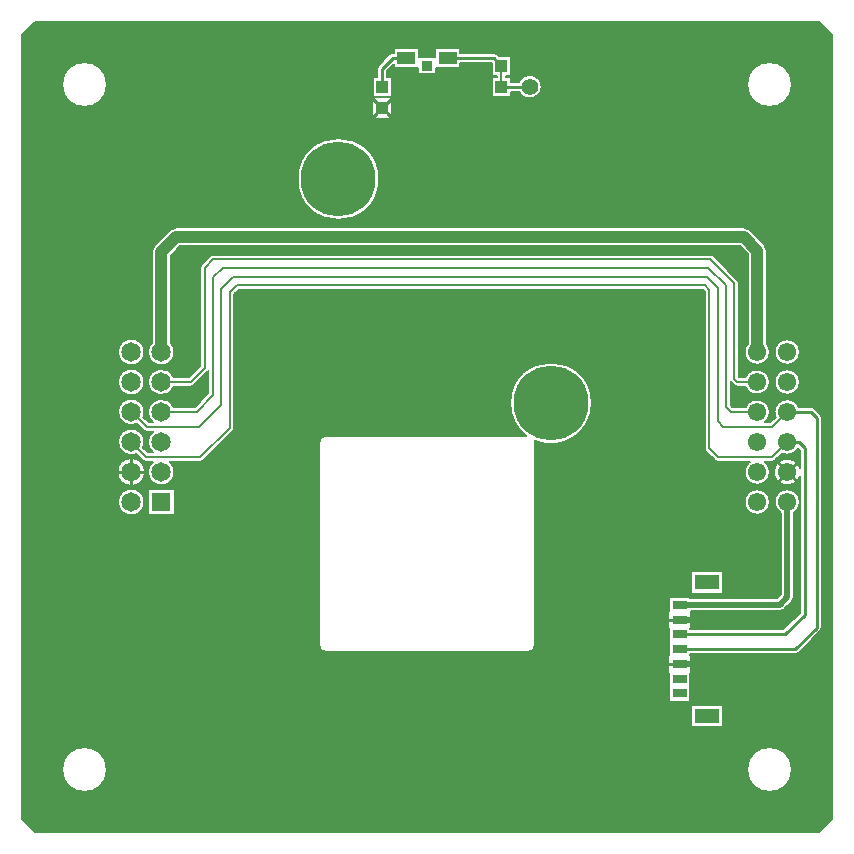
<source format=gbr>
G04 DesignSpark PCB PRO Gerber Version 10.0 Build 5299*
G04 #@! TF.Part,Single*
G04 #@! TF.FileFunction,Copper,L1,Top*
G04 #@! TF.FilePolarity,Positive*
%FSLAX35Y35*%
%MOIN*%
G04 #@! TA.AperFunction,SMDPad,CuDef*
%ADD80R,0.03937X0.04291*%
%ADD85R,0.03543X0.03543*%
G04 #@! TA.AperFunction,ComponentPad*
%ADD21R,0.06496X0.06496*%
G04 #@! TD.AperFunction*
%ADD29C,0.00500*%
%ADD18C,0.00787*%
%ADD75C,0.00984*%
%ADD19C,0.01000*%
%ADD71C,0.01969*%
G04 #@! TA.AperFunction,ViaPad*
%ADD70C,0.03543*%
G04 #@! TD.AperFunction*
%ADD76C,0.03937*%
G04 #@! TA.AperFunction,ViaPad*
%ADD134C,0.05600*%
G04 #@! TA.AperFunction,ComponentPad*
%ADD20C,0.06102*%
%ADD22C,0.06496*%
G04 #@! TA.AperFunction,SMDPad,CuDef*
%ADD135R,0.04724X0.03150*%
%ADD138R,0.05906X0.04331*%
%ADD136R,0.08465X0.05118*%
G04 #@! TA.AperFunction,ComponentPad*
%ADD137C,0.24921*%
G04 #@! TD.AperFunction*
X0Y0D02*
D02*
D18*
X6974Y268984D02*
Y7394D01*
X11331Y3037D01*
X272921D01*
X277278Y7394D01*
Y268984D01*
X272921Y273341D01*
X11331D01*
X6974Y268984D01*
X20472Y24016D02*
G75*
G02*
X35433I7480J0D01*
G01*
G75*
G02*
X20472I-7480J0D01*
G01*
Y252362D02*
G75*
G02*
X35433I7480J0D01*
G01*
G75*
G02*
X20472I-7480J0D01*
G01*
X38902Y123189D02*
G75*
G02*
X48185I4642J0D01*
G01*
G75*
G02*
X38902I-4642J0D01*
G01*
X39114Y113189D02*
G75*
G02*
X47972I4429J0D01*
G01*
G75*
G02*
X39114I-4429J0D01*
G01*
X273228Y142524D02*
G75*
G02*
X273720Y141339I-1181J-1185D01*
G01*
Y71260D01*
G75*
G02*
X273228Y70075I-1673J0D01*
G01*
X266146Y62992D01*
G75*
G02*
X264961Y62500I-1185J1181D01*
G01*
X229921D01*
Y62220D01*
X230134D01*
Y56283D01*
X229921D01*
Y46654D01*
X222835D01*
Y56283D01*
X222622D01*
Y62220D01*
X222835D01*
Y71047D01*
X222622D01*
Y76984D01*
X222835D01*
Y81693D01*
X229921D01*
Y81102D01*
X258749D01*
X260039Y82393D01*
Y109553D01*
G75*
G02*
X257972Y113189I2165J3636D01*
G01*
G75*
G02*
X266437I4232J0D01*
G01*
G75*
G02*
X264370Y109553I-4232J0D01*
G01*
Y81496D01*
G75*
G02*
X263736Y79965I-2165J0D01*
G01*
X261177Y77406D01*
G75*
G02*
X259643Y76772I-1531J1531D01*
G01*
X230134D01*
Y71047D01*
X229921D01*
Y70768D01*
X260921D01*
X266437Y76283D01*
Y121831D01*
G75*
G02*
X257760Y123189I-4232J1358D01*
G01*
G75*
G02*
X266437Y124547I4445J0D01*
G01*
Y130409D01*
X265834Y131012D01*
G75*
G02*
X260486Y129322I-3630J2177D01*
G01*
X258200Y127036D01*
G75*
G02*
X257084Y126575I-1114J1113D01*
G01*
X254744D01*
G75*
G02*
X256437Y123189I-2539J-3386D01*
G01*
G75*
G02*
X247972I-4232J0D01*
G01*
G75*
G02*
X249665Y126575I4232J0D01*
G01*
X239176D01*
G75*
G02*
X238060Y127036I-2J1575D01*
G01*
X235107Y129989D01*
G75*
G02*
X234646Y131102I1113J1114D01*
G01*
Y183206D01*
X233993Y183858D01*
X79393D01*
X77953Y182419D01*
Y137992D01*
G75*
G02*
X77491Y136879I-1575J0D01*
G01*
X67649Y127036D01*
G75*
G02*
X66533Y126575I-1114J1113D01*
G01*
X56399D01*
G75*
G02*
X57972Y123189I-2856J-3386D01*
G01*
G75*
G02*
X49114I-4429J0D01*
G01*
G75*
G02*
X50688Y126575I4429J0D01*
G01*
X48349D01*
G75*
G02*
X47233Y127036I-2J1575D01*
G01*
X45191Y129078D01*
G75*
G02*
X39114Y133189I-1648J4111D01*
G01*
G75*
G02*
X47972I4429J0D01*
G01*
G75*
G02*
X47508Y131215I-4429J0D01*
G01*
X48999Y129724D01*
X50784D01*
G75*
G02*
X50735Y136614I2759J3465D01*
G01*
X48703D01*
G75*
G02*
X47587Y137076I-2J1575D01*
G01*
X45465Y139198D01*
G75*
G02*
X39114Y143189I-1921J3991D01*
G01*
G75*
G02*
X47972I4429J0D01*
G01*
G75*
G02*
X47631Y141485I-4430J0D01*
G01*
X49353Y139764D01*
X50735D01*
G75*
G02*
X49114Y143189I2808J3426D01*
G01*
G75*
G02*
X57636Y144882I4429J0D01*
G01*
X64702D01*
X69291Y149471D01*
Y156872D01*
G75*
G02*
X69224Y156800I-1177J1044D01*
G01*
X64499Y152076D01*
G75*
G02*
X63383Y151614I-1114J1113D01*
G01*
X57683D01*
G75*
G02*
X49114Y153189I-4140J1575D01*
G01*
G75*
G02*
X57683Y154764I4429J0D01*
G01*
X62733D01*
X66535Y158566D01*
Y191339D01*
G75*
G02*
X66997Y192452I1575J0D01*
G01*
X69753Y195208D01*
G75*
G02*
X70869Y195669I1114J-1113D01*
G01*
X236612D01*
G75*
G02*
X237728Y195208I2J-1575D01*
G01*
X245602Y187334D01*
G75*
G02*
X246063Y186220I-1113J-1114D01*
G01*
Y154983D01*
X246282Y154764D01*
X248276D01*
G75*
G02*
X256437Y153189I3928J-1575D01*
G01*
G75*
G02*
X248276Y151614I-4232J0D01*
G01*
X245632D01*
G75*
G02*
X244517Y152076I-2J1575D01*
G01*
X243375Y153217D01*
G75*
G02*
X243307Y153289I1109J1116D01*
G01*
Y145534D01*
X243959Y144882D01*
X248326D01*
G75*
G02*
X256437Y143189I3879J-1693D01*
G01*
G75*
G02*
X254691Y139764I-4232J0D01*
G01*
X256552D01*
X258313Y141525D01*
G75*
G02*
X266039Y144980I3891J1664D01*
G01*
X270079D01*
G75*
G02*
X271264Y144488I0J-1673D01*
G01*
X273228Y142524D01*
X248819Y24016D02*
G75*
G02*
X263780I7480J0D01*
G01*
G75*
G02*
X248819I-7480J0D01*
G01*
X230000Y45669D02*
X240827D01*
Y38189D01*
X230000D01*
Y45669D01*
X247972Y113189D02*
G75*
G02*
X256437I4232J0D01*
G01*
G75*
G02*
X247972I-4232J0D01*
G01*
X169823Y146063D02*
G75*
G02*
X197106I13642J0D01*
G01*
G75*
G02*
X178096Y133522I-13641J0D01*
G01*
G75*
G02*
X178234Y132677I-2506J-845D01*
G01*
Y65748D01*
G75*
G02*
X175591Y63104I-2644J0D01*
G01*
X108661D01*
G75*
G02*
X106018Y65748I0J2644D01*
G01*
Y132677D01*
G75*
G02*
X108661Y135321I2644J0D01*
G01*
X175056D01*
G75*
G02*
X169823Y146063I8409J10742D01*
G01*
X230000Y90157D02*
X240827D01*
Y82677D01*
X230000D01*
Y90157D01*
X49114Y117618D02*
X57972D01*
Y108760D01*
X49114D01*
Y117618D01*
X39114Y153189D02*
G75*
G02*
X47972I4429J0D01*
G01*
G75*
G02*
X39114I-4429J0D01*
G01*
Y163189D02*
G75*
G02*
X47972I4429J0D01*
G01*
G75*
G02*
X39114I-4429J0D01*
G01*
X255354Y166016D02*
G75*
G02*
X256437Y163189I-3150J-2827D01*
G01*
G75*
G02*
X247972I-4232J0D01*
G01*
G75*
G02*
X249055Y166016I4233J0D01*
G01*
Y195703D01*
X246333Y198425D01*
X59848D01*
X56693Y195270D01*
Y166303D01*
G75*
G02*
X57972Y163189I-3150J-3114D01*
G01*
G75*
G02*
X49114I-4429J0D01*
G01*
G75*
G02*
X50394Y166303I4430J0D01*
G01*
Y196575D01*
G75*
G02*
X51319Y198805I3150J0D01*
G01*
X56313Y203799D01*
G75*
G02*
X58543Y204724I2230J-2224D01*
G01*
X247638D01*
G75*
G02*
X249868Y203799I0J-3150D01*
G01*
X254429Y199238D01*
G75*
G02*
X255354Y197008I-2224J-2230D01*
G01*
Y166016D01*
X98957Y220866D02*
G75*
G02*
X126240I13642J0D01*
G01*
G75*
G02*
X98957I-13642J0D01*
G01*
X123803Y248071D02*
X130528D01*
Y240992D01*
X123803D01*
Y248071D01*
X172765Y253291D02*
G75*
G02*
X180359Y251618I3613J-1673D01*
G01*
G75*
G02*
X172765Y249945I-3981J0D01*
G01*
X170079D01*
Y248291D01*
X163780D01*
Y254945D01*
X165498D01*
Y255291D01*
X163780D01*
Y259402D01*
X163634Y259547D01*
X153150D01*
Y257874D01*
X145079D01*
Y255709D01*
X139173D01*
Y257874D01*
X131102D01*
Y259248D01*
X128839Y256984D01*
Y254858D01*
X130315D01*
Y248205D01*
X124016D01*
Y254858D01*
X125492D01*
Y257677D01*
G75*
G02*
X125984Y258862I1673J0D01*
G01*
X129524Y262402D01*
G75*
G02*
X130709Y262894I1185J-1181D01*
G01*
X131102D01*
Y264567D01*
X139370D01*
Y261614D01*
X144882D01*
Y264567D01*
X153150D01*
Y262894D01*
X164327D01*
G75*
G02*
X165512Y262402I0J-1673D01*
G01*
X165969Y261945D01*
X170079D01*
Y255291D01*
X168360D01*
Y254945D01*
X170079D01*
Y253291D01*
X172765D01*
X248819Y252362D02*
G75*
G02*
X263780I7480J0D01*
G01*
G75*
G02*
X248819I-7480J0D01*
G01*
X257972Y153189D02*
G75*
G02*
X266437I4232J0D01*
G01*
G75*
G02*
X257972I-4232J0D01*
G01*
Y163189D02*
G75*
G02*
X266437I4232J0D01*
G01*
G75*
G02*
X257972I-4232J0D01*
G01*
X7368Y24016D02*
G36*
X7368Y24016D02*
Y7000D01*
X10937Y3431D01*
X273315D01*
X276884Y7000D01*
Y24016D01*
X263780D01*
G75*
G02*
X248819I-7480J0D01*
G01*
X35433D01*
G75*
G02*
X20472I-7480J0D01*
G01*
X7368D01*
G37*
Y41929D02*
G36*
X7368Y41929D02*
Y24016D01*
X20472D01*
G75*
G02*
X35433I7480J0D01*
G01*
X248819D01*
G75*
G02*
X263780I7480J0D01*
G01*
X276884D01*
Y41929D01*
X240827D01*
Y38189D01*
X230000D01*
Y41929D01*
X7368D01*
G37*
Y86417D02*
G36*
X7368Y86417D02*
Y41929D01*
X230000D01*
Y45669D01*
X240827D01*
Y41929D01*
X276884D01*
Y86417D01*
X273720D01*
Y71260D01*
G75*
G02*
X273228Y70075I-1673J0D01*
G01*
X266146Y62992D01*
G75*
G02*
X264961Y62500I-1185J1180D01*
G01*
X229921D01*
Y62220D01*
X230134D01*
Y56283D01*
X229921D01*
Y46654D01*
X222835D01*
Y56283D01*
X222622D01*
Y62220D01*
X222835D01*
Y71047D01*
X222622D01*
Y76984D01*
X222835D01*
Y81693D01*
X229921D01*
Y81102D01*
X258749D01*
X260039Y82393D01*
Y86417D01*
X240827D01*
Y82677D01*
X230000D01*
Y86417D01*
X178234D01*
Y65748D01*
G75*
G02*
X175591Y63104I-2644J0D01*
G01*
X108661D01*
G75*
G02*
X106018Y65748I0J2644D01*
G01*
Y86417D01*
X7368D01*
G37*
X229921Y71047D02*
G36*
X229921Y71047D02*
Y70768D01*
X260921D01*
X266437Y76283D01*
Y86417D01*
X264370D01*
Y81496D01*
G75*
G02*
X263736Y79965I-2166J0D01*
G01*
X261177Y77406D01*
G75*
G02*
X259643Y76772I-1532J1533D01*
G01*
X230134D01*
Y71047D01*
X229921D01*
G37*
X7368Y113189D02*
G36*
X7368Y113189D02*
Y86417D01*
X106018D01*
Y113189D01*
X57972D01*
Y108760D01*
X49114D01*
Y113189D01*
X47972D01*
G75*
G02*
X39114I-4429J0D01*
G01*
X7368D01*
G37*
X178234D02*
G36*
X178234Y113189D02*
Y86417D01*
X230000D01*
Y90157D01*
X240827D01*
Y86417D01*
X260039D01*
Y109553D01*
G75*
G02*
X257972Y113189I2165J3636D01*
G01*
Y113189D01*
X256437D01*
G75*
G02*
X247972I-4232J0D01*
G01*
X178234D01*
G37*
X264370Y109553D02*
G36*
X264370Y109553D02*
Y86417D01*
X266437D01*
Y113189D01*
X266436D01*
G75*
G02*
X264370Y109553I-4234J1D01*
G01*
G37*
X273720Y113189D02*
G36*
X273720Y113189D02*
Y86417D01*
X276884D01*
Y113189D01*
X273720D01*
G37*
X7368Y123189D02*
G36*
X7368Y123189D02*
Y113189D01*
X39114D01*
G75*
G02*
X47972I4429J0D01*
G01*
X49114D01*
Y117618D01*
X57972D01*
Y113189D01*
X106018D01*
Y123189D01*
X57972D01*
G75*
G02*
X49114I-4429J0D01*
G01*
X48185D01*
G75*
G02*
X38902I-4642J0D01*
G01*
X7368D01*
G37*
X178234D02*
G36*
X178234Y123189D02*
Y113189D01*
X247972D01*
G75*
G02*
X256437I4232J0D01*
G01*
X257972D01*
G75*
G02*
X266436I4232J0D01*
G01*
X266437D01*
Y121831D01*
G75*
G02*
X257760Y123189I-4232J1358D01*
G01*
X256437D01*
G75*
G02*
X247972I-4232J0D01*
G01*
X178234D01*
G37*
X273720D02*
G36*
X273720Y123189D02*
Y113189D01*
X276884D01*
Y123189D01*
X273720D01*
G37*
X7368Y153189D02*
G36*
X7368Y153189D02*
Y123189D01*
X38902D01*
G75*
G02*
X48185I4642J0D01*
G01*
X49114D01*
Y123189D01*
G75*
G02*
X50688Y126575I4429J0D01*
G01*
X48349D01*
G75*
G02*
X47233Y127036I-2J1576D01*
G01*
X45191Y129078D01*
G75*
G02*
X39114Y133189I-1648J4111D01*
G01*
G75*
G02*
X47972I4429J0D01*
G01*
G75*
G02*
X47508Y131215I-4435J1D01*
G01*
X48999Y129724D01*
X50784D01*
G75*
G02*
X49114Y133189I2759J3465D01*
G01*
G75*
G02*
X50735Y136614I4429J0D01*
G01*
X48703D01*
G75*
G02*
X47587Y137076I-2J1576D01*
G01*
X45465Y139198D01*
G75*
G02*
X39114Y143189I-1921J3991D01*
G01*
G75*
G02*
X47972I4429J0D01*
G01*
G75*
G02*
X47631Y141485I-4435J2D01*
G01*
X49353Y139764D01*
X50735D01*
G75*
G02*
X49114Y143189I2809J3426D01*
G01*
G75*
G02*
X57636Y144882I4429J0D01*
G01*
X64702D01*
X69291Y149471D01*
Y153189D01*
X65613D01*
X64499Y152076D01*
G75*
G02*
X63383Y151614I-1114J1115D01*
G01*
X57683D01*
G75*
G02*
X49114Y153189I-4140J1575D01*
G01*
X47972D01*
G75*
G02*
X39114I-4429J0D01*
G01*
X7368D01*
G37*
X57972Y123189D02*
G36*
X57972Y123189D02*
Y123189D01*
X106018D01*
Y132677D01*
G75*
G02*
X108661Y135321I2644J0D01*
G01*
X175056D01*
G75*
G02*
X169823Y146063I8409J10742D01*
G01*
G75*
G02*
X171832Y153189I13642J0D01*
G01*
X77953D01*
Y137992D01*
G75*
G02*
X77491Y136879I-1575J0D01*
G01*
X67649Y127036D01*
G75*
G02*
X66533Y126575I-1114J1115D01*
G01*
X56399D01*
G75*
G02*
X57972Y123189I-2855J-3385D01*
G01*
G37*
X178234Y132677D02*
G36*
X178234Y132677D02*
Y123189D01*
X247972D01*
Y123189D01*
G75*
G02*
X249665Y126575I4232J0D01*
G01*
X239176D01*
G75*
G02*
X238060Y127036I-2J1576D01*
G01*
X235107Y129989D01*
G75*
G02*
X234646Y131102I1114J1114D01*
G01*
Y153189D01*
X195097D01*
G75*
G02*
X197106Y146063I-11633J-7126D01*
G01*
G75*
G02*
X178096Y133522I-13642J0D01*
G01*
G75*
G02*
X178234Y132680I-2491J-843D01*
G01*
G75*
G02*
Y132677I-2506J-1D01*
G01*
G37*
X243307Y153189D02*
G36*
X243307Y153189D02*
Y145534D01*
X243959Y144882D01*
X248326D01*
G75*
G02*
X256437Y143189I3879J-1693D01*
G01*
G75*
G02*
X254691Y139764I-4232J0D01*
G01*
X256552D01*
X258313Y141525D01*
G75*
G02*
X257972Y143189I3892J1664D01*
G01*
G75*
G02*
X266039Y144980I4232J0D01*
G01*
X270079D01*
G75*
G02*
X271264Y144488I0J-1672D01*
G01*
X273228Y142524D01*
G75*
G02*
X273720Y141339I-1181J-1185D01*
G01*
Y123189D01*
X276884D01*
Y153189D01*
X266437D01*
G75*
G02*
X257972I-4232J0D01*
G01*
X256437D01*
G75*
G02*
X248276Y151614I-4232J0D01*
G01*
X245632D01*
G75*
G02*
X244517Y152076I-2J1576D01*
G01*
X243403Y153189D01*
X243307D01*
G37*
X256437Y123189D02*
G36*
X256437Y123189D02*
Y123189D01*
X257760D01*
G75*
G02*
X266437Y124547I4445J0D01*
G01*
Y130409D01*
X265834Y131012D01*
G75*
G02*
X260486Y129322I-3630J2176D01*
G01*
X258200Y127036D01*
G75*
G02*
X257084Y126575I-1114J1115D01*
G01*
X254744D01*
G75*
G02*
X256437Y123189I-2539J-3385D01*
G01*
G37*
X7368Y163189D02*
G36*
X7368Y163189D02*
Y153189D01*
X39114D01*
G75*
G02*
X47972I4429J0D01*
G01*
X49114D01*
G75*
G02*
X57683Y154764I4429J0D01*
G01*
X62733D01*
X66535Y158566D01*
Y163189D01*
X57972D01*
G75*
G02*
X49114I-4429J0D01*
G01*
X47972D01*
G75*
G02*
X39114I-4429J0D01*
G01*
X7368D01*
G37*
X69224Y156800D02*
G36*
X69224Y156800D02*
X65613Y153189D01*
X69291D01*
Y156872D01*
G75*
G02*
X69224Y156800I-1620J1464D01*
G01*
G37*
X77953Y163189D02*
G36*
X77953Y163189D02*
Y153189D01*
X171832D01*
G75*
G02*
X195097I11633J-7126D01*
G01*
X234646D01*
Y163189D01*
X77953D01*
G37*
X243307Y153289D02*
G36*
X243307Y153289D02*
Y153189D01*
X243403D01*
X243375Y153217D01*
G75*
G02*
X243307Y153289I1553J1535D01*
G01*
G37*
X246063Y163189D02*
G36*
X246063Y163189D02*
Y154983D01*
X246282Y154764D01*
X248276D01*
G75*
G02*
X256437Y153189I3928J-1575D01*
G01*
X257972D01*
G75*
G02*
X266437I4232J0D01*
G01*
X276884D01*
Y163189D01*
X266437D01*
G75*
G02*
X257972I-4232J0D01*
G01*
X256437D01*
G75*
G02*
X247972I-4232J0D01*
G01*
X246063D01*
G37*
X7368Y220866D02*
G36*
X7368Y220866D02*
Y163189D01*
X39114D01*
G75*
G02*
X47972I4429J0D01*
G01*
X49114D01*
Y163189D01*
G75*
G02*
X50394Y166303I4428J0D01*
G01*
Y196575D01*
G75*
G02*
X51319Y198805I3151J0D01*
G01*
X56313Y203799D01*
G75*
G02*
X58543Y204724I2230J-2226D01*
G01*
X247638D01*
G75*
G02*
X249868Y203799I0J-3151D01*
G01*
X254429Y199238D01*
G75*
G02*
X255354Y197008I-2226J-2230D01*
G01*
Y166016D01*
G75*
G02*
X256437Y163189I-3150J-2827D01*
G01*
X257972D01*
G75*
G02*
X266437I4232J0D01*
G01*
X276884D01*
Y220866D01*
X126240D01*
G75*
G02*
X98957I-13642J0D01*
G01*
X7368D01*
G37*
X56693Y195270D02*
G36*
X56693Y195270D02*
Y166303D01*
G75*
G02*
X57972Y163189I-3149J-3114D01*
G01*
Y163189D01*
X66535D01*
Y191339D01*
G75*
G02*
X66997Y192452I1575J0D01*
G01*
X69753Y195208D01*
G75*
G02*
X70869Y195669I1114J-1115D01*
G01*
X236612D01*
G75*
G02*
X237728Y195208I2J-1576D01*
G01*
X245602Y187334D01*
G75*
G02*
X246063Y186220I-1114J-1114D01*
G01*
Y163189D01*
X247972D01*
G75*
G02*
X249055Y166016I4232J0D01*
G01*
Y195703D01*
X246333Y198425D01*
X59848D01*
X56693Y195270D01*
G37*
X77953Y182419D02*
G36*
X77953Y182419D02*
Y163189D01*
X234646D01*
Y183206D01*
X233993Y183858D01*
X79393D01*
X77953Y182419D01*
G37*
X7368Y244531D02*
G36*
X7368Y244531D02*
Y220866D01*
X98957D01*
G75*
G02*
X126240I13642J0D01*
G01*
X276884D01*
Y244531D01*
X130528D01*
Y240992D01*
X123803D01*
Y244531D01*
X7368D01*
G37*
Y252362D02*
G36*
X7368Y252362D02*
Y244531D01*
X123803D01*
Y248071D01*
X130528D01*
Y244531D01*
X276884D01*
Y252362D01*
X263780D01*
G75*
G02*
X248819I-7480J0D01*
G01*
X180289D01*
G75*
G02*
X180359Y251618I-3911J-744D01*
G01*
G75*
G02*
X172765Y249945I-3981J0D01*
G01*
X170079D01*
Y248291D01*
X163780D01*
Y252362D01*
X130315D01*
Y248205D01*
X124016D01*
Y252362D01*
X35433D01*
G75*
G02*
X20472I-7480J0D01*
G01*
X7368D01*
G37*
Y269378D02*
G36*
X7368Y269378D02*
Y252362D01*
X20472D01*
G75*
G02*
X35433I7480J0D01*
G01*
X124016D01*
Y254858D01*
X125492D01*
Y257677D01*
G75*
G02*
X125984Y258862I1673J0D01*
G01*
X129524Y262402D01*
G75*
G02*
X130709Y262894I1185J-1180D01*
G01*
X131102D01*
Y264567D01*
X139370D01*
Y261614D01*
X144882D01*
Y264567D01*
X153150D01*
Y262894D01*
X164327D01*
G75*
G02*
X165512Y262402I0J-1672D01*
G01*
X165969Y261945D01*
X170079D01*
Y255291D01*
X168360D01*
Y254945D01*
X170079D01*
Y253291D01*
X172765D01*
G75*
G02*
X180289Y252362I3613J-1673D01*
G01*
X248819D01*
G75*
G02*
X263780I7480J0D01*
G01*
X276884D01*
Y269378D01*
X273315Y272947D01*
X10937D01*
X7368Y269378D01*
G37*
X128839Y256984D02*
G36*
X128839Y256984D02*
Y254858D01*
X130315D01*
Y252362D01*
X163780D01*
Y254945D01*
X165498D01*
Y255291D01*
X163780D01*
Y259402D01*
X163634Y259547D01*
X153150D01*
Y257874D01*
X145079D01*
Y255709D01*
X139173D01*
Y257874D01*
X131102D01*
Y259248D01*
X128839Y256984D01*
G37*
X43543Y133189D02*
X43307D01*
X48346Y128150D01*
X66535D01*
X76378Y137992D01*
Y183071D01*
X78740Y185433D01*
X234646D01*
X236220Y183858D01*
Y131102D01*
X239173Y128150D01*
X257087D01*
X262126Y133189D01*
X262205D01*
X43543Y143189D02*
X43701D01*
X48701Y138189D01*
X66142D01*
X73622Y145669D01*
Y184252D01*
X77559Y188189D01*
X235433D01*
X238976Y184646D01*
Y140157D01*
X240945Y138189D01*
X257205D01*
X262205Y143189D01*
X252205D02*
Y143307D01*
X243307D01*
X241732Y144882D01*
Y185433D01*
X235827Y191339D01*
X74016D01*
X70866Y188189D01*
Y148819D01*
X65354Y143307D01*
X53543D01*
Y143189D01*
X252205Y153189D02*
X245630D01*
X244488Y154331D01*
Y186220D01*
X236614Y194094D01*
X70866D01*
X68110Y191339D01*
Y157913D01*
X63386Y153189D01*
X53543D01*
D02*
D19*
X40795Y123189D02*
X38795D01*
X43543Y120441D02*
Y118441D01*
Y125937D02*
Y127937D01*
X46291Y123189D02*
X48291D01*
X125550Y242917D02*
X123697Y241063D01*
X125550Y246146D02*
X123697Y248000D01*
X128780Y242917D02*
X130634Y241063D01*
X128780Y246146D02*
X130634Y248000D01*
X224516Y59252D02*
X222516D01*
X224516Y74016D02*
X222516D01*
X228240Y59252D02*
X230240D01*
X228240Y74016D02*
X230240D01*
X260401Y121385D02*
X258987Y119971D01*
X260401Y124993D02*
X258987Y126407D01*
X264009Y121385D02*
X265423Y119971D01*
X264009Y124993D02*
X265423Y126407D01*
D02*
D70*
X63386Y20079D03*
Y59449D03*
Y177559D03*
Y216929D03*
Y256299D03*
X90945Y216929D03*
X93307Y177559D03*
X102756Y20079D03*
Y59449D03*
Y98819D03*
Y256299D03*
X142126Y20079D03*
Y57874D03*
Y220866D03*
X181496Y20079D03*
Y220866D03*
X186220Y256299D03*
X189370Y98819D03*
X220866Y20079D03*
Y59449D03*
Y98819D03*
Y256299D03*
X233465Y59055D03*
Y74016D03*
D02*
D71*
X226378Y59252D02*
X233268D01*
X233465Y59055D01*
X226378Y74016D02*
X233465D01*
X226378Y78937D02*
X259646D01*
X262205Y81496D01*
Y113189D01*
D02*
D20*
X252205D03*
Y123189D03*
Y133189D03*
Y143189D03*
Y153189D03*
Y163189D03*
X262205Y113189D03*
Y123189D03*
Y133189D03*
Y143189D03*
Y153189D03*
Y163189D03*
D02*
D21*
X53543Y113189D03*
D02*
D22*
X43543D03*
Y123189D03*
Y133189D03*
Y143189D03*
Y153189D03*
Y163189D03*
X53543Y123189D03*
Y133189D03*
Y143189D03*
Y153189D03*
Y163189D03*
D02*
D29*
X166929Y252618D02*
Y257618D01*
D02*
D75*
X135236Y261220D02*
X130709D01*
X127165Y257677D01*
Y251531D01*
X149016Y261220D02*
X164327D01*
X166929Y258618D01*
Y251618D02*
X176378D01*
X226378Y64173D02*
X264961D01*
X272047Y71260D01*
Y141339D01*
X270079Y143307D01*
X262323D01*
X262205Y143189D01*
X226378Y69094D02*
X261614D01*
X268110Y75591D01*
Y131102D01*
X266142Y133071D01*
X262323D01*
X262205Y133189D01*
D02*
D76*
X252205Y163189D02*
Y197008D01*
X247638Y201575D01*
X58543D01*
X53543Y196575D01*
Y163189D01*
D02*
D80*
X127165Y244531D03*
Y251531D03*
X166929Y251618D03*
Y258618D03*
D02*
D85*
X142126Y258661D03*
D02*
D134*
X176378Y251618D03*
D02*
D135*
X226378Y49409D03*
Y54331D03*
Y59252D03*
Y64173D03*
Y69094D03*
Y74016D03*
Y78937D03*
D02*
D136*
X235413Y41929D03*
Y86417D03*
D02*
D137*
X112598Y220866D03*
X183465Y146063D03*
D02*
D138*
X135236Y261220D03*
X149016D03*
X0Y0D02*
M02*

</source>
